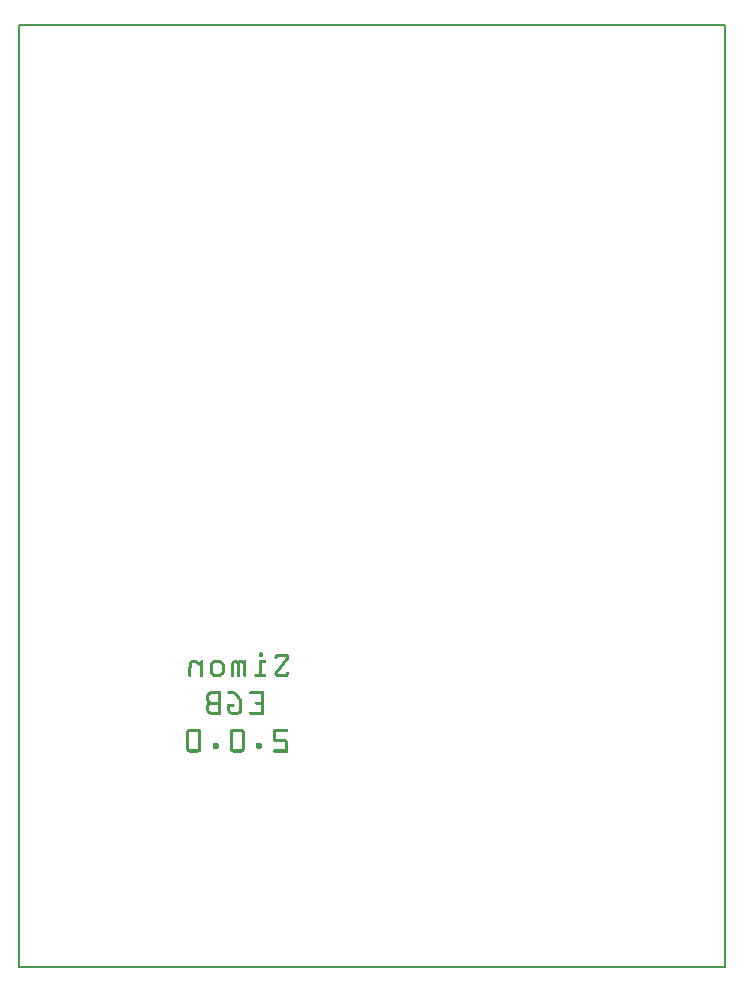
<source format=gbo>
G04 MADE WITH FRITZING*
G04 WWW.FRITZING.ORG*
G04 DOUBLE SIDED*
G04 HOLES PLATED*
G04 CONTOUR ON CENTER OF CONTOUR VECTOR*
%ASAXBY*%
%FSLAX23Y23*%
%MOIN*%
%OFA0B0*%
%SFA1.0B1.0*%
%ADD10R,2.362200X3.149610X2.346200X3.133610*%
%ADD11C,0.008000*%
%ADD12R,0.001000X0.001000*%
%LNSILK0*%
G90*
G70*
G54D11*
X4Y3146D02*
X2358Y3146D01*
X2358Y4D01*
X4Y4D01*
X4Y3146D01*
D02*
G54D12*
X809Y1053D02*
X814Y1053D01*
X806Y1052D02*
X816Y1052D01*
X805Y1051D02*
X817Y1051D01*
X805Y1050D02*
X818Y1050D01*
X805Y1049D02*
X818Y1049D01*
X804Y1048D02*
X818Y1048D01*
X865Y1048D02*
X898Y1048D01*
X804Y1047D02*
X818Y1047D01*
X863Y1047D02*
X900Y1047D01*
X804Y1046D02*
X818Y1046D01*
X862Y1046D02*
X901Y1046D01*
X804Y1045D02*
X818Y1045D01*
X861Y1045D02*
X902Y1045D01*
X804Y1044D02*
X818Y1044D01*
X860Y1044D02*
X903Y1044D01*
X805Y1043D02*
X818Y1043D01*
X859Y1043D02*
X904Y1043D01*
X805Y1042D02*
X818Y1042D01*
X858Y1042D02*
X904Y1042D01*
X805Y1041D02*
X817Y1041D01*
X858Y1041D02*
X905Y1041D01*
X806Y1040D02*
X817Y1040D01*
X857Y1040D02*
X905Y1040D01*
X808Y1039D02*
X814Y1039D01*
X857Y1039D02*
X905Y1039D01*
X857Y1038D02*
X867Y1038D01*
X896Y1038D02*
X905Y1038D01*
X857Y1037D02*
X866Y1037D01*
X896Y1037D02*
X905Y1037D01*
X856Y1036D02*
X866Y1036D01*
X895Y1036D02*
X905Y1036D01*
X857Y1035D02*
X865Y1035D01*
X895Y1035D02*
X905Y1035D01*
X857Y1034D02*
X865Y1034D01*
X894Y1034D02*
X905Y1034D01*
X857Y1033D02*
X865Y1033D01*
X893Y1033D02*
X904Y1033D01*
X858Y1032D02*
X864Y1032D01*
X892Y1032D02*
X904Y1032D01*
X859Y1031D02*
X863Y1031D01*
X891Y1031D02*
X903Y1031D01*
X891Y1030D02*
X903Y1030D01*
X890Y1029D02*
X902Y1029D01*
X889Y1028D02*
X901Y1028D01*
X580Y1027D02*
X594Y1027D01*
X611Y1027D02*
X615Y1027D01*
X655Y1027D02*
X675Y1027D01*
X722Y1027D02*
X727Y1027D01*
X741Y1027D02*
X747Y1027D01*
X756Y1027D02*
X759Y1027D01*
X807Y1027D02*
X826Y1027D01*
X888Y1027D02*
X900Y1027D01*
X578Y1026D02*
X596Y1026D01*
X610Y1026D02*
X616Y1026D01*
X652Y1026D02*
X678Y1026D01*
X720Y1026D02*
X730Y1026D01*
X738Y1026D02*
X750Y1026D01*
X754Y1026D02*
X761Y1026D01*
X806Y1026D02*
X827Y1026D01*
X888Y1026D02*
X899Y1026D01*
X576Y1025D02*
X598Y1025D01*
X609Y1025D02*
X617Y1025D01*
X651Y1025D02*
X679Y1025D01*
X718Y1025D02*
X731Y1025D01*
X737Y1025D02*
X751Y1025D01*
X754Y1025D02*
X761Y1025D01*
X805Y1025D02*
X828Y1025D01*
X887Y1025D02*
X899Y1025D01*
X575Y1024D02*
X600Y1024D01*
X608Y1024D02*
X617Y1024D01*
X649Y1024D02*
X680Y1024D01*
X717Y1024D02*
X733Y1024D01*
X736Y1024D02*
X762Y1024D01*
X805Y1024D02*
X828Y1024D01*
X886Y1024D02*
X898Y1024D01*
X574Y1023D02*
X601Y1023D01*
X608Y1023D02*
X617Y1023D01*
X648Y1023D02*
X682Y1023D01*
X716Y1023D02*
X762Y1023D01*
X804Y1023D02*
X828Y1023D01*
X885Y1023D02*
X897Y1023D01*
X573Y1022D02*
X603Y1022D01*
X608Y1022D02*
X617Y1022D01*
X647Y1022D02*
X683Y1022D01*
X715Y1022D02*
X762Y1022D01*
X804Y1022D02*
X828Y1022D01*
X884Y1022D02*
X896Y1022D01*
X572Y1021D02*
X604Y1021D01*
X608Y1021D02*
X617Y1021D01*
X646Y1021D02*
X684Y1021D01*
X715Y1021D02*
X762Y1021D01*
X804Y1021D02*
X828Y1021D01*
X884Y1021D02*
X896Y1021D01*
X572Y1020D02*
X606Y1020D01*
X608Y1020D02*
X617Y1020D01*
X645Y1020D02*
X685Y1020D01*
X714Y1020D02*
X762Y1020D01*
X804Y1020D02*
X828Y1020D01*
X883Y1020D02*
X895Y1020D01*
X571Y1019D02*
X617Y1019D01*
X644Y1019D02*
X686Y1019D01*
X714Y1019D02*
X762Y1019D01*
X804Y1019D02*
X827Y1019D01*
X882Y1019D02*
X894Y1019D01*
X571Y1018D02*
X617Y1018D01*
X643Y1018D02*
X687Y1018D01*
X713Y1018D02*
X762Y1018D01*
X804Y1018D02*
X825Y1018D01*
X881Y1018D02*
X893Y1018D01*
X570Y1017D02*
X582Y1017D01*
X593Y1017D02*
X617Y1017D01*
X642Y1017D02*
X656Y1017D01*
X674Y1017D02*
X687Y1017D01*
X713Y1017D02*
X723Y1017D01*
X726Y1017D02*
X742Y1017D01*
X746Y1017D02*
X762Y1017D01*
X804Y1017D02*
X813Y1017D01*
X880Y1017D02*
X892Y1017D01*
X570Y1016D02*
X580Y1016D01*
X594Y1016D02*
X617Y1016D01*
X642Y1016D02*
X654Y1016D01*
X675Y1016D02*
X688Y1016D01*
X713Y1016D02*
X722Y1016D01*
X727Y1016D02*
X742Y1016D01*
X747Y1016D02*
X762Y1016D01*
X804Y1016D02*
X813Y1016D01*
X880Y1016D02*
X892Y1016D01*
X570Y1015D02*
X580Y1015D01*
X596Y1015D02*
X617Y1015D01*
X641Y1015D02*
X653Y1015D01*
X677Y1015D02*
X688Y1015D01*
X713Y1015D02*
X722Y1015D01*
X729Y1015D02*
X741Y1015D01*
X748Y1015D02*
X762Y1015D01*
X804Y1015D02*
X813Y1015D01*
X879Y1015D02*
X891Y1015D01*
X570Y1014D02*
X579Y1014D01*
X597Y1014D02*
X617Y1014D01*
X641Y1014D02*
X652Y1014D01*
X678Y1014D02*
X688Y1014D01*
X713Y1014D02*
X722Y1014D01*
X730Y1014D02*
X741Y1014D01*
X750Y1014D02*
X762Y1014D01*
X804Y1014D02*
X813Y1014D01*
X878Y1014D02*
X890Y1014D01*
X570Y1013D02*
X579Y1013D01*
X599Y1013D02*
X617Y1013D01*
X641Y1013D02*
X651Y1013D01*
X679Y1013D02*
X689Y1013D01*
X713Y1013D02*
X722Y1013D01*
X731Y1013D02*
X741Y1013D01*
X751Y1013D02*
X762Y1013D01*
X804Y1013D02*
X813Y1013D01*
X877Y1013D02*
X889Y1013D01*
X570Y1012D02*
X579Y1012D01*
X601Y1012D02*
X617Y1012D01*
X641Y1012D02*
X650Y1012D01*
X679Y1012D02*
X689Y1012D01*
X713Y1012D02*
X722Y1012D01*
X732Y1012D02*
X741Y1012D01*
X752Y1012D02*
X762Y1012D01*
X804Y1012D02*
X813Y1012D01*
X877Y1012D02*
X889Y1012D01*
X570Y1011D02*
X579Y1011D01*
X602Y1011D02*
X617Y1011D01*
X641Y1011D02*
X650Y1011D01*
X680Y1011D02*
X689Y1011D01*
X713Y1011D02*
X722Y1011D01*
X732Y1011D02*
X741Y1011D01*
X753Y1011D02*
X762Y1011D01*
X804Y1011D02*
X813Y1011D01*
X876Y1011D02*
X888Y1011D01*
X570Y1010D02*
X579Y1010D01*
X604Y1010D02*
X617Y1010D01*
X640Y1010D02*
X650Y1010D01*
X680Y1010D02*
X689Y1010D01*
X713Y1010D02*
X722Y1010D01*
X732Y1010D02*
X741Y1010D01*
X753Y1010D02*
X762Y1010D01*
X804Y1010D02*
X813Y1010D01*
X875Y1010D02*
X887Y1010D01*
X570Y1009D02*
X579Y1009D01*
X605Y1009D02*
X617Y1009D01*
X640Y1009D02*
X650Y1009D01*
X680Y1009D02*
X689Y1009D01*
X713Y1009D02*
X722Y1009D01*
X732Y1009D02*
X741Y1009D01*
X753Y1009D02*
X762Y1009D01*
X804Y1009D02*
X813Y1009D01*
X874Y1009D02*
X886Y1009D01*
X570Y1008D02*
X579Y1008D01*
X607Y1008D02*
X617Y1008D01*
X640Y1008D02*
X650Y1008D01*
X680Y1008D02*
X689Y1008D01*
X713Y1008D02*
X722Y1008D01*
X732Y1008D02*
X741Y1008D01*
X753Y1008D02*
X762Y1008D01*
X804Y1008D02*
X813Y1008D01*
X873Y1008D02*
X885Y1008D01*
X570Y1007D02*
X579Y1007D01*
X608Y1007D02*
X617Y1007D01*
X640Y1007D02*
X650Y1007D01*
X680Y1007D02*
X689Y1007D01*
X713Y1007D02*
X722Y1007D01*
X732Y1007D02*
X741Y1007D01*
X753Y1007D02*
X762Y1007D01*
X804Y1007D02*
X813Y1007D01*
X873Y1007D02*
X885Y1007D01*
X570Y1006D02*
X579Y1006D01*
X608Y1006D02*
X617Y1006D01*
X640Y1006D02*
X650Y1006D01*
X680Y1006D02*
X689Y1006D01*
X713Y1006D02*
X722Y1006D01*
X732Y1006D02*
X741Y1006D01*
X753Y1006D02*
X762Y1006D01*
X804Y1006D02*
X813Y1006D01*
X872Y1006D02*
X884Y1006D01*
X569Y1005D02*
X579Y1005D01*
X608Y1005D02*
X617Y1005D01*
X640Y1005D02*
X650Y1005D01*
X680Y1005D02*
X689Y1005D01*
X713Y1005D02*
X722Y1005D01*
X732Y1005D02*
X741Y1005D01*
X753Y1005D02*
X762Y1005D01*
X804Y1005D02*
X813Y1005D01*
X871Y1005D02*
X883Y1005D01*
X569Y1004D02*
X579Y1004D01*
X608Y1004D02*
X617Y1004D01*
X640Y1004D02*
X650Y1004D01*
X680Y1004D02*
X689Y1004D01*
X713Y1004D02*
X722Y1004D01*
X732Y1004D02*
X741Y1004D01*
X753Y1004D02*
X762Y1004D01*
X804Y1004D02*
X813Y1004D01*
X870Y1004D02*
X882Y1004D01*
X569Y1003D02*
X579Y1003D01*
X608Y1003D02*
X617Y1003D01*
X640Y1003D02*
X650Y1003D01*
X680Y1003D02*
X689Y1003D01*
X713Y1003D02*
X722Y1003D01*
X732Y1003D02*
X741Y1003D01*
X753Y1003D02*
X762Y1003D01*
X804Y1003D02*
X813Y1003D01*
X870Y1003D02*
X882Y1003D01*
X569Y1002D02*
X578Y1002D01*
X608Y1002D02*
X617Y1002D01*
X640Y1002D02*
X650Y1002D01*
X680Y1002D02*
X689Y1002D01*
X713Y1002D02*
X722Y1002D01*
X732Y1002D02*
X741Y1002D01*
X753Y1002D02*
X762Y1002D01*
X804Y1002D02*
X813Y1002D01*
X869Y1002D02*
X881Y1002D01*
X569Y1001D02*
X578Y1001D01*
X608Y1001D02*
X617Y1001D01*
X640Y1001D02*
X650Y1001D01*
X680Y1001D02*
X689Y1001D01*
X713Y1001D02*
X722Y1001D01*
X732Y1001D02*
X741Y1001D01*
X753Y1001D02*
X762Y1001D01*
X804Y1001D02*
X813Y1001D01*
X868Y1001D02*
X880Y1001D01*
X569Y1000D02*
X578Y1000D01*
X608Y1000D02*
X617Y1000D01*
X640Y1000D02*
X650Y1000D01*
X680Y1000D02*
X689Y1000D01*
X713Y1000D02*
X722Y1000D01*
X732Y1000D02*
X741Y1000D01*
X753Y1000D02*
X762Y1000D01*
X804Y1000D02*
X813Y1000D01*
X867Y1000D02*
X879Y1000D01*
X569Y999D02*
X578Y999D01*
X608Y999D02*
X617Y999D01*
X640Y999D02*
X650Y999D01*
X680Y999D02*
X689Y999D01*
X713Y999D02*
X722Y999D01*
X732Y999D02*
X741Y999D01*
X753Y999D02*
X762Y999D01*
X804Y999D02*
X813Y999D01*
X866Y999D02*
X878Y999D01*
X569Y998D02*
X578Y998D01*
X608Y998D02*
X617Y998D01*
X640Y998D02*
X650Y998D01*
X680Y998D02*
X689Y998D01*
X713Y998D02*
X722Y998D01*
X732Y998D02*
X741Y998D01*
X753Y998D02*
X762Y998D01*
X804Y998D02*
X813Y998D01*
X866Y998D02*
X878Y998D01*
X569Y997D02*
X578Y997D01*
X608Y997D02*
X617Y997D01*
X640Y997D02*
X650Y997D01*
X680Y997D02*
X689Y997D01*
X713Y997D02*
X722Y997D01*
X732Y997D02*
X741Y997D01*
X753Y997D02*
X762Y997D01*
X804Y997D02*
X813Y997D01*
X865Y997D02*
X877Y997D01*
X569Y996D02*
X578Y996D01*
X608Y996D02*
X617Y996D01*
X640Y996D02*
X650Y996D01*
X680Y996D02*
X689Y996D01*
X712Y996D02*
X722Y996D01*
X732Y996D02*
X741Y996D01*
X753Y996D02*
X762Y996D01*
X804Y996D02*
X813Y996D01*
X864Y996D02*
X876Y996D01*
X569Y995D02*
X578Y995D01*
X608Y995D02*
X617Y995D01*
X640Y995D02*
X650Y995D01*
X680Y995D02*
X689Y995D01*
X712Y995D02*
X722Y995D01*
X732Y995D02*
X741Y995D01*
X753Y995D02*
X762Y995D01*
X804Y995D02*
X813Y995D01*
X863Y995D02*
X875Y995D01*
X569Y994D02*
X578Y994D01*
X608Y994D02*
X617Y994D01*
X640Y994D02*
X650Y994D01*
X680Y994D02*
X689Y994D01*
X712Y994D02*
X721Y994D01*
X732Y994D02*
X741Y994D01*
X753Y994D02*
X762Y994D01*
X804Y994D02*
X813Y994D01*
X863Y994D02*
X875Y994D01*
X569Y993D02*
X578Y993D01*
X608Y993D02*
X617Y993D01*
X640Y993D02*
X650Y993D01*
X680Y993D02*
X689Y993D01*
X712Y993D02*
X721Y993D01*
X732Y993D02*
X741Y993D01*
X753Y993D02*
X762Y993D01*
X804Y993D02*
X813Y993D01*
X862Y993D02*
X874Y993D01*
X569Y992D02*
X578Y992D01*
X608Y992D02*
X617Y992D01*
X640Y992D02*
X650Y992D01*
X680Y992D02*
X689Y992D01*
X712Y992D02*
X721Y992D01*
X732Y992D02*
X741Y992D01*
X753Y992D02*
X762Y992D01*
X804Y992D02*
X813Y992D01*
X861Y992D02*
X873Y992D01*
X569Y991D02*
X578Y991D01*
X608Y991D02*
X617Y991D01*
X640Y991D02*
X650Y991D01*
X680Y991D02*
X689Y991D01*
X712Y991D02*
X721Y991D01*
X732Y991D02*
X741Y991D01*
X753Y991D02*
X762Y991D01*
X804Y991D02*
X813Y991D01*
X860Y991D02*
X872Y991D01*
X569Y990D02*
X578Y990D01*
X608Y990D02*
X617Y990D01*
X640Y990D02*
X650Y990D01*
X680Y990D02*
X689Y990D01*
X712Y990D02*
X721Y990D01*
X732Y990D02*
X741Y990D01*
X753Y990D02*
X762Y990D01*
X804Y990D02*
X813Y990D01*
X859Y990D02*
X872Y990D01*
X569Y989D02*
X578Y989D01*
X608Y989D02*
X617Y989D01*
X640Y989D02*
X650Y989D01*
X680Y989D02*
X689Y989D01*
X712Y989D02*
X721Y989D01*
X732Y989D02*
X741Y989D01*
X753Y989D02*
X762Y989D01*
X804Y989D02*
X813Y989D01*
X859Y989D02*
X871Y989D01*
X899Y989D02*
X902Y989D01*
X569Y988D02*
X578Y988D01*
X608Y988D02*
X617Y988D01*
X641Y988D02*
X650Y988D01*
X680Y988D02*
X689Y988D01*
X712Y988D02*
X721Y988D01*
X732Y988D02*
X741Y988D01*
X753Y988D02*
X762Y988D01*
X804Y988D02*
X813Y988D01*
X858Y988D02*
X870Y988D01*
X898Y988D02*
X904Y988D01*
X569Y987D02*
X578Y987D01*
X608Y987D02*
X617Y987D01*
X641Y987D02*
X650Y987D01*
X680Y987D02*
X689Y987D01*
X712Y987D02*
X721Y987D01*
X732Y987D02*
X741Y987D01*
X753Y987D02*
X762Y987D01*
X804Y987D02*
X813Y987D01*
X858Y987D02*
X869Y987D01*
X897Y987D02*
X904Y987D01*
X569Y986D02*
X578Y986D01*
X608Y986D02*
X617Y986D01*
X641Y986D02*
X651Y986D01*
X679Y986D02*
X689Y986D01*
X712Y986D02*
X721Y986D01*
X732Y986D02*
X741Y986D01*
X753Y986D02*
X762Y986D01*
X804Y986D02*
X813Y986D01*
X857Y986D02*
X868Y986D01*
X896Y986D02*
X905Y986D01*
X569Y985D02*
X578Y985D01*
X608Y985D02*
X617Y985D01*
X641Y985D02*
X652Y985D01*
X678Y985D02*
X689Y985D01*
X712Y985D02*
X721Y985D01*
X732Y985D02*
X741Y985D01*
X753Y985D02*
X762Y985D01*
X804Y985D02*
X813Y985D01*
X857Y985D02*
X868Y985D01*
X896Y985D02*
X905Y985D01*
X569Y984D02*
X578Y984D01*
X608Y984D02*
X617Y984D01*
X641Y984D02*
X653Y984D01*
X677Y984D02*
X688Y984D01*
X712Y984D02*
X721Y984D01*
X732Y984D02*
X741Y984D01*
X753Y984D02*
X762Y984D01*
X804Y984D02*
X813Y984D01*
X857Y984D02*
X867Y984D01*
X896Y984D02*
X905Y984D01*
X569Y983D02*
X578Y983D01*
X608Y983D02*
X617Y983D01*
X642Y983D02*
X654Y983D01*
X676Y983D02*
X688Y983D01*
X712Y983D02*
X721Y983D01*
X732Y983D02*
X741Y983D01*
X753Y983D02*
X762Y983D01*
X804Y983D02*
X813Y983D01*
X856Y983D02*
X866Y983D01*
X896Y983D02*
X905Y983D01*
X569Y982D02*
X578Y982D01*
X608Y982D02*
X617Y982D01*
X642Y982D02*
X655Y982D01*
X675Y982D02*
X688Y982D01*
X712Y982D02*
X721Y982D01*
X732Y982D02*
X741Y982D01*
X753Y982D02*
X762Y982D01*
X804Y982D02*
X813Y982D01*
X856Y982D02*
X866Y982D01*
X895Y982D02*
X905Y982D01*
X569Y981D02*
X578Y981D01*
X608Y981D02*
X617Y981D01*
X643Y981D02*
X687Y981D01*
X712Y981D02*
X721Y981D01*
X732Y981D02*
X741Y981D01*
X753Y981D02*
X762Y981D01*
X795Y981D02*
X823Y981D01*
X857Y981D02*
X905Y981D01*
X569Y980D02*
X578Y980D01*
X608Y980D02*
X617Y980D01*
X644Y980D02*
X686Y980D01*
X712Y980D02*
X721Y980D01*
X732Y980D02*
X741Y980D01*
X753Y980D02*
X762Y980D01*
X792Y980D02*
X826Y980D01*
X857Y980D02*
X904Y980D01*
X569Y979D02*
X578Y979D01*
X608Y979D02*
X617Y979D01*
X645Y979D02*
X685Y979D01*
X712Y979D02*
X721Y979D01*
X732Y979D02*
X741Y979D01*
X753Y979D02*
X762Y979D01*
X791Y979D02*
X827Y979D01*
X857Y979D02*
X904Y979D01*
X569Y978D02*
X578Y978D01*
X608Y978D02*
X617Y978D01*
X646Y978D02*
X684Y978D01*
X712Y978D02*
X721Y978D01*
X732Y978D02*
X741Y978D01*
X753Y978D02*
X762Y978D01*
X790Y978D02*
X828Y978D01*
X857Y978D02*
X904Y978D01*
X569Y977D02*
X578Y977D01*
X608Y977D02*
X617Y977D01*
X647Y977D02*
X683Y977D01*
X712Y977D02*
X721Y977D01*
X732Y977D02*
X741Y977D01*
X753Y977D02*
X762Y977D01*
X790Y977D02*
X828Y977D01*
X858Y977D02*
X903Y977D01*
X569Y976D02*
X578Y976D01*
X608Y976D02*
X617Y976D01*
X648Y976D02*
X682Y976D01*
X712Y976D02*
X721Y976D01*
X732Y976D02*
X741Y976D01*
X753Y976D02*
X762Y976D01*
X789Y976D02*
X828Y976D01*
X858Y976D02*
X902Y976D01*
X569Y975D02*
X577Y975D01*
X608Y975D02*
X617Y975D01*
X649Y975D02*
X681Y975D01*
X712Y975D02*
X721Y975D01*
X733Y975D02*
X741Y975D01*
X753Y975D02*
X762Y975D01*
X790Y975D02*
X828Y975D01*
X859Y975D02*
X901Y975D01*
X569Y974D02*
X577Y974D01*
X609Y974D02*
X617Y974D01*
X650Y974D02*
X680Y974D01*
X712Y974D02*
X720Y974D01*
X733Y974D02*
X741Y974D01*
X753Y974D02*
X762Y974D01*
X790Y974D02*
X828Y974D01*
X860Y974D02*
X900Y974D01*
X570Y973D02*
X577Y973D01*
X609Y973D02*
X616Y973D01*
X652Y973D02*
X678Y973D01*
X713Y973D02*
X720Y973D01*
X733Y973D02*
X740Y973D01*
X754Y973D02*
X761Y973D01*
X791Y973D02*
X827Y973D01*
X861Y973D02*
X899Y973D01*
X571Y972D02*
X576Y972D01*
X610Y972D02*
X615Y972D01*
X654Y972D02*
X676Y972D01*
X714Y972D02*
X719Y972D01*
X734Y972D02*
X739Y972D01*
X755Y972D02*
X760Y972D01*
X792Y972D02*
X826Y972D01*
X863Y972D02*
X897Y972D01*
X573Y971D02*
X573Y971D01*
X613Y971D02*
X613Y971D01*
X658Y971D02*
X671Y971D01*
X716Y971D02*
X716Y971D01*
X737Y971D02*
X737Y971D01*
X758Y971D02*
X758Y971D01*
X794Y971D02*
X824Y971D01*
X867Y971D02*
X893Y971D01*
X643Y923D02*
X676Y923D01*
X702Y923D02*
X722Y923D01*
X774Y923D02*
X820Y923D01*
X640Y922D02*
X676Y922D01*
X701Y922D02*
X725Y922D01*
X773Y922D02*
X820Y922D01*
X638Y921D02*
X676Y921D01*
X700Y921D02*
X726Y921D01*
X772Y921D02*
X820Y921D01*
X636Y920D02*
X676Y920D01*
X699Y920D02*
X728Y920D01*
X771Y920D02*
X820Y920D01*
X635Y919D02*
X676Y919D01*
X699Y919D02*
X729Y919D01*
X771Y919D02*
X820Y919D01*
X634Y918D02*
X676Y918D01*
X699Y918D02*
X730Y918D01*
X771Y918D02*
X820Y918D01*
X633Y917D02*
X676Y917D01*
X699Y917D02*
X731Y917D01*
X771Y917D02*
X820Y917D01*
X632Y916D02*
X676Y916D01*
X700Y916D02*
X731Y916D01*
X772Y916D02*
X820Y916D01*
X631Y915D02*
X676Y915D01*
X701Y915D02*
X732Y915D01*
X773Y915D02*
X820Y915D01*
X630Y914D02*
X676Y914D01*
X702Y914D02*
X733Y914D01*
X774Y914D02*
X820Y914D01*
X630Y913D02*
X644Y913D01*
X667Y913D02*
X676Y913D01*
X721Y913D02*
X734Y913D01*
X811Y913D02*
X820Y913D01*
X629Y912D02*
X642Y912D01*
X667Y912D02*
X676Y912D01*
X722Y912D02*
X734Y912D01*
X811Y912D02*
X820Y912D01*
X629Y911D02*
X640Y911D01*
X667Y911D02*
X676Y911D01*
X723Y911D02*
X735Y911D01*
X811Y911D02*
X820Y911D01*
X628Y910D02*
X639Y910D01*
X667Y910D02*
X676Y910D01*
X724Y910D02*
X736Y910D01*
X811Y910D02*
X820Y910D01*
X628Y909D02*
X638Y909D01*
X667Y909D02*
X676Y909D01*
X725Y909D02*
X737Y909D01*
X811Y909D02*
X820Y909D01*
X628Y908D02*
X638Y908D01*
X667Y908D02*
X676Y908D01*
X726Y908D02*
X738Y908D01*
X811Y908D02*
X820Y908D01*
X627Y907D02*
X637Y907D01*
X667Y907D02*
X676Y907D01*
X726Y907D02*
X738Y907D01*
X811Y907D02*
X820Y907D01*
X627Y906D02*
X637Y906D01*
X667Y906D02*
X676Y906D01*
X727Y906D02*
X739Y906D01*
X811Y906D02*
X820Y906D01*
X627Y905D02*
X636Y905D01*
X667Y905D02*
X676Y905D01*
X728Y905D02*
X740Y905D01*
X811Y905D02*
X820Y905D01*
X627Y904D02*
X636Y904D01*
X667Y904D02*
X676Y904D01*
X729Y904D02*
X741Y904D01*
X811Y904D02*
X820Y904D01*
X627Y903D02*
X636Y903D01*
X667Y903D02*
X676Y903D01*
X730Y903D02*
X741Y903D01*
X811Y903D02*
X820Y903D01*
X627Y902D02*
X636Y902D01*
X667Y902D02*
X676Y902D01*
X730Y902D02*
X742Y902D01*
X811Y902D02*
X820Y902D01*
X627Y901D02*
X636Y901D01*
X667Y901D02*
X676Y901D01*
X731Y901D02*
X743Y901D01*
X811Y901D02*
X820Y901D01*
X627Y900D02*
X636Y900D01*
X667Y900D02*
X676Y900D01*
X732Y900D02*
X744Y900D01*
X811Y900D02*
X820Y900D01*
X627Y899D02*
X636Y899D01*
X667Y899D02*
X676Y899D01*
X733Y899D02*
X744Y899D01*
X811Y899D02*
X820Y899D01*
X627Y898D02*
X636Y898D01*
X667Y898D02*
X676Y898D01*
X734Y898D02*
X745Y898D01*
X811Y898D02*
X820Y898D01*
X627Y897D02*
X637Y897D01*
X667Y897D02*
X676Y897D01*
X734Y897D02*
X746Y897D01*
X811Y897D02*
X820Y897D01*
X627Y896D02*
X637Y896D01*
X667Y896D02*
X676Y896D01*
X735Y896D02*
X746Y896D01*
X811Y896D02*
X820Y896D01*
X628Y895D02*
X637Y895D01*
X667Y895D02*
X676Y895D01*
X736Y895D02*
X747Y895D01*
X811Y895D02*
X820Y895D01*
X628Y894D02*
X638Y894D01*
X667Y894D02*
X676Y894D01*
X737Y894D02*
X747Y894D01*
X811Y894D02*
X820Y894D01*
X628Y893D02*
X639Y893D01*
X667Y893D02*
X676Y893D01*
X737Y893D02*
X747Y893D01*
X811Y893D02*
X820Y893D01*
X629Y892D02*
X640Y892D01*
X667Y892D02*
X676Y892D01*
X738Y892D02*
X747Y892D01*
X811Y892D02*
X820Y892D01*
X629Y891D02*
X641Y891D01*
X667Y891D02*
X676Y891D01*
X738Y891D02*
X748Y891D01*
X811Y891D02*
X820Y891D01*
X630Y890D02*
X643Y890D01*
X667Y890D02*
X676Y890D01*
X739Y890D02*
X748Y890D01*
X811Y890D02*
X820Y890D01*
X630Y889D02*
X676Y889D01*
X739Y889D02*
X748Y889D01*
X794Y889D02*
X820Y889D01*
X631Y888D02*
X676Y888D01*
X739Y888D02*
X748Y888D01*
X793Y888D02*
X820Y888D01*
X632Y887D02*
X676Y887D01*
X739Y887D02*
X748Y887D01*
X792Y887D02*
X820Y887D01*
X633Y886D02*
X676Y886D01*
X739Y886D02*
X748Y886D01*
X791Y886D02*
X820Y886D01*
X634Y885D02*
X676Y885D01*
X739Y885D02*
X748Y885D01*
X791Y885D02*
X820Y885D01*
X634Y884D02*
X676Y884D01*
X739Y884D02*
X748Y884D01*
X791Y884D02*
X820Y884D01*
X633Y883D02*
X676Y883D01*
X739Y883D02*
X748Y883D01*
X791Y883D02*
X820Y883D01*
X632Y882D02*
X676Y882D01*
X739Y882D02*
X748Y882D01*
X792Y882D02*
X820Y882D01*
X631Y881D02*
X676Y881D01*
X700Y881D02*
X718Y881D01*
X739Y881D02*
X748Y881D01*
X792Y881D02*
X820Y881D01*
X630Y880D02*
X676Y880D01*
X699Y880D02*
X721Y880D01*
X739Y880D02*
X748Y880D01*
X794Y880D02*
X820Y880D01*
X630Y879D02*
X644Y879D01*
X667Y879D02*
X676Y879D01*
X699Y879D02*
X722Y879D01*
X739Y879D02*
X748Y879D01*
X811Y879D02*
X820Y879D01*
X629Y878D02*
X641Y878D01*
X667Y878D02*
X676Y878D01*
X699Y878D02*
X723Y878D01*
X739Y878D02*
X748Y878D01*
X811Y878D02*
X820Y878D01*
X629Y877D02*
X640Y877D01*
X667Y877D02*
X676Y877D01*
X699Y877D02*
X723Y877D01*
X739Y877D02*
X748Y877D01*
X811Y877D02*
X820Y877D01*
X628Y876D02*
X639Y876D01*
X667Y876D02*
X676Y876D01*
X699Y876D02*
X723Y876D01*
X739Y876D02*
X748Y876D01*
X811Y876D02*
X820Y876D01*
X628Y875D02*
X638Y875D01*
X667Y875D02*
X676Y875D01*
X699Y875D02*
X723Y875D01*
X739Y875D02*
X748Y875D01*
X811Y875D02*
X820Y875D01*
X628Y874D02*
X637Y874D01*
X667Y874D02*
X676Y874D01*
X699Y874D02*
X723Y874D01*
X739Y874D02*
X748Y874D01*
X811Y874D02*
X820Y874D01*
X627Y873D02*
X637Y873D01*
X667Y873D02*
X676Y873D01*
X699Y873D02*
X722Y873D01*
X739Y873D02*
X748Y873D01*
X811Y873D02*
X820Y873D01*
X627Y872D02*
X637Y872D01*
X667Y872D02*
X676Y872D01*
X699Y872D02*
X721Y872D01*
X739Y872D02*
X748Y872D01*
X811Y872D02*
X820Y872D01*
X627Y871D02*
X636Y871D01*
X667Y871D02*
X676Y871D01*
X699Y871D02*
X719Y871D01*
X739Y871D02*
X748Y871D01*
X811Y871D02*
X820Y871D01*
X627Y870D02*
X636Y870D01*
X667Y870D02*
X676Y870D01*
X699Y870D02*
X708Y870D01*
X739Y870D02*
X748Y870D01*
X811Y870D02*
X820Y870D01*
X627Y869D02*
X636Y869D01*
X667Y869D02*
X676Y869D01*
X699Y869D02*
X708Y869D01*
X739Y869D02*
X748Y869D01*
X811Y869D02*
X820Y869D01*
X627Y868D02*
X636Y868D01*
X667Y868D02*
X676Y868D01*
X699Y868D02*
X708Y868D01*
X739Y868D02*
X748Y868D01*
X811Y868D02*
X820Y868D01*
X627Y867D02*
X636Y867D01*
X667Y867D02*
X676Y867D01*
X699Y867D02*
X708Y867D01*
X739Y867D02*
X748Y867D01*
X811Y867D02*
X820Y867D01*
X627Y866D02*
X636Y866D01*
X667Y866D02*
X676Y866D01*
X699Y866D02*
X708Y866D01*
X739Y866D02*
X748Y866D01*
X811Y866D02*
X820Y866D01*
X627Y865D02*
X636Y865D01*
X667Y865D02*
X676Y865D01*
X699Y865D02*
X708Y865D01*
X739Y865D02*
X748Y865D01*
X811Y865D02*
X820Y865D01*
X627Y864D02*
X636Y864D01*
X667Y864D02*
X676Y864D01*
X699Y864D02*
X708Y864D01*
X739Y864D02*
X748Y864D01*
X811Y864D02*
X820Y864D01*
X627Y863D02*
X637Y863D01*
X667Y863D02*
X676Y863D01*
X699Y863D02*
X708Y863D01*
X739Y863D02*
X748Y863D01*
X811Y863D02*
X820Y863D01*
X627Y862D02*
X637Y862D01*
X667Y862D02*
X676Y862D01*
X699Y862D02*
X708Y862D01*
X739Y862D02*
X748Y862D01*
X811Y862D02*
X820Y862D01*
X628Y861D02*
X637Y861D01*
X667Y861D02*
X676Y861D01*
X699Y861D02*
X708Y861D01*
X739Y861D02*
X748Y861D01*
X811Y861D02*
X820Y861D01*
X628Y860D02*
X638Y860D01*
X667Y860D02*
X676Y860D01*
X699Y860D02*
X708Y860D01*
X739Y860D02*
X748Y860D01*
X811Y860D02*
X820Y860D01*
X628Y859D02*
X639Y859D01*
X667Y859D02*
X676Y859D01*
X699Y859D02*
X709Y859D01*
X738Y859D02*
X748Y859D01*
X811Y859D02*
X820Y859D01*
X629Y858D02*
X640Y858D01*
X667Y858D02*
X676Y858D01*
X699Y858D02*
X709Y858D01*
X738Y858D02*
X748Y858D01*
X811Y858D02*
X820Y858D01*
X629Y857D02*
X641Y857D01*
X667Y857D02*
X676Y857D01*
X700Y857D02*
X710Y857D01*
X737Y857D02*
X747Y857D01*
X811Y857D02*
X820Y857D01*
X630Y856D02*
X643Y856D01*
X667Y856D02*
X676Y856D01*
X700Y856D02*
X711Y856D01*
X736Y856D02*
X747Y856D01*
X811Y856D02*
X820Y856D01*
X630Y855D02*
X676Y855D01*
X700Y855D02*
X747Y855D01*
X774Y855D02*
X820Y855D01*
X631Y854D02*
X676Y854D01*
X701Y854D02*
X746Y854D01*
X773Y854D02*
X820Y854D01*
X632Y853D02*
X676Y853D01*
X701Y853D02*
X746Y853D01*
X772Y853D02*
X820Y853D01*
X633Y852D02*
X676Y852D01*
X702Y852D02*
X745Y852D01*
X771Y852D02*
X820Y852D01*
X634Y851D02*
X676Y851D01*
X703Y851D02*
X744Y851D01*
X771Y851D02*
X820Y851D01*
X635Y850D02*
X676Y850D01*
X704Y850D02*
X744Y850D01*
X771Y850D02*
X820Y850D01*
X636Y849D02*
X676Y849D01*
X705Y849D02*
X742Y849D01*
X771Y849D02*
X820Y849D01*
X638Y848D02*
X676Y848D01*
X706Y848D02*
X741Y848D01*
X772Y848D02*
X820Y848D01*
X640Y847D02*
X676Y847D01*
X708Y847D02*
X739Y847D01*
X773Y847D02*
X820Y847D01*
X643Y846D02*
X676Y846D01*
X710Y846D02*
X737Y846D01*
X774Y846D02*
X820Y846D01*
X569Y797D02*
X606Y797D01*
X713Y797D02*
X750Y797D01*
X857Y797D02*
X898Y797D01*
X567Y796D02*
X608Y796D01*
X711Y796D02*
X752Y796D01*
X855Y796D02*
X899Y796D01*
X566Y795D02*
X609Y795D01*
X710Y795D02*
X753Y795D01*
X854Y795D02*
X899Y795D01*
X565Y794D02*
X610Y794D01*
X709Y794D02*
X754Y794D01*
X853Y794D02*
X900Y794D01*
X565Y793D02*
X610Y793D01*
X709Y793D02*
X754Y793D01*
X853Y793D02*
X900Y793D01*
X564Y792D02*
X611Y792D01*
X708Y792D02*
X755Y792D01*
X852Y792D02*
X900Y792D01*
X564Y791D02*
X611Y791D01*
X708Y791D02*
X755Y791D01*
X852Y791D02*
X899Y791D01*
X563Y790D02*
X612Y790D01*
X707Y790D02*
X756Y790D01*
X851Y790D02*
X899Y790D01*
X563Y789D02*
X612Y789D01*
X707Y789D02*
X756Y789D01*
X851Y789D02*
X898Y789D01*
X563Y788D02*
X612Y788D01*
X707Y788D02*
X756Y788D01*
X851Y788D02*
X896Y788D01*
X563Y787D02*
X572Y787D01*
X603Y787D02*
X612Y787D01*
X707Y787D02*
X716Y787D01*
X747Y787D02*
X756Y787D01*
X851Y787D02*
X860Y787D01*
X563Y786D02*
X572Y786D01*
X603Y786D02*
X612Y786D01*
X707Y786D02*
X716Y786D01*
X747Y786D02*
X756Y786D01*
X851Y786D02*
X860Y786D01*
X563Y785D02*
X572Y785D01*
X603Y785D02*
X612Y785D01*
X707Y785D02*
X716Y785D01*
X747Y785D02*
X756Y785D01*
X851Y785D02*
X860Y785D01*
X563Y784D02*
X572Y784D01*
X603Y784D02*
X612Y784D01*
X707Y784D02*
X716Y784D01*
X747Y784D02*
X756Y784D01*
X851Y784D02*
X860Y784D01*
X563Y783D02*
X572Y783D01*
X603Y783D02*
X612Y783D01*
X707Y783D02*
X716Y783D01*
X747Y783D02*
X756Y783D01*
X851Y783D02*
X860Y783D01*
X563Y782D02*
X572Y782D01*
X603Y782D02*
X612Y782D01*
X707Y782D02*
X716Y782D01*
X747Y782D02*
X756Y782D01*
X851Y782D02*
X860Y782D01*
X563Y781D02*
X572Y781D01*
X603Y781D02*
X612Y781D01*
X707Y781D02*
X716Y781D01*
X747Y781D02*
X756Y781D01*
X851Y781D02*
X860Y781D01*
X563Y780D02*
X572Y780D01*
X603Y780D02*
X612Y780D01*
X707Y780D02*
X716Y780D01*
X747Y780D02*
X756Y780D01*
X851Y780D02*
X860Y780D01*
X563Y779D02*
X572Y779D01*
X603Y779D02*
X612Y779D01*
X707Y779D02*
X716Y779D01*
X747Y779D02*
X756Y779D01*
X851Y779D02*
X860Y779D01*
X563Y778D02*
X572Y778D01*
X603Y778D02*
X612Y778D01*
X707Y778D02*
X716Y778D01*
X747Y778D02*
X756Y778D01*
X851Y778D02*
X860Y778D01*
X563Y777D02*
X572Y777D01*
X603Y777D02*
X612Y777D01*
X707Y777D02*
X716Y777D01*
X747Y777D02*
X756Y777D01*
X851Y777D02*
X860Y777D01*
X563Y776D02*
X572Y776D01*
X603Y776D02*
X612Y776D01*
X707Y776D02*
X716Y776D01*
X747Y776D02*
X756Y776D01*
X851Y776D02*
X860Y776D01*
X563Y775D02*
X572Y775D01*
X603Y775D02*
X612Y775D01*
X707Y775D02*
X716Y775D01*
X747Y775D02*
X756Y775D01*
X851Y775D02*
X860Y775D01*
X563Y774D02*
X572Y774D01*
X603Y774D02*
X612Y774D01*
X707Y774D02*
X716Y774D01*
X747Y774D02*
X756Y774D01*
X851Y774D02*
X860Y774D01*
X563Y773D02*
X572Y773D01*
X603Y773D02*
X612Y773D01*
X707Y773D02*
X716Y773D01*
X747Y773D02*
X756Y773D01*
X851Y773D02*
X860Y773D01*
X563Y772D02*
X572Y772D01*
X603Y772D02*
X612Y772D01*
X707Y772D02*
X716Y772D01*
X747Y772D02*
X756Y772D01*
X851Y772D02*
X860Y772D01*
X563Y771D02*
X572Y771D01*
X603Y771D02*
X612Y771D01*
X707Y771D02*
X716Y771D01*
X747Y771D02*
X756Y771D01*
X851Y771D02*
X860Y771D01*
X563Y770D02*
X572Y770D01*
X603Y770D02*
X612Y770D01*
X707Y770D02*
X716Y770D01*
X747Y770D02*
X756Y770D01*
X851Y770D02*
X860Y770D01*
X563Y769D02*
X572Y769D01*
X603Y769D02*
X612Y769D01*
X707Y769D02*
X716Y769D01*
X747Y769D02*
X756Y769D01*
X851Y769D02*
X860Y769D01*
X563Y768D02*
X572Y768D01*
X603Y768D02*
X612Y768D01*
X707Y768D02*
X716Y768D01*
X747Y768D02*
X756Y768D01*
X851Y768D02*
X860Y768D01*
X563Y767D02*
X572Y767D01*
X603Y767D02*
X612Y767D01*
X707Y767D02*
X716Y767D01*
X747Y767D02*
X756Y767D01*
X851Y767D02*
X860Y767D01*
X563Y766D02*
X572Y766D01*
X603Y766D02*
X612Y766D01*
X707Y766D02*
X716Y766D01*
X747Y766D02*
X756Y766D01*
X851Y766D02*
X860Y766D01*
X563Y765D02*
X572Y765D01*
X603Y765D02*
X612Y765D01*
X707Y765D02*
X716Y765D01*
X747Y765D02*
X756Y765D01*
X851Y765D02*
X860Y765D01*
X563Y764D02*
X572Y764D01*
X603Y764D02*
X612Y764D01*
X707Y764D02*
X716Y764D01*
X747Y764D02*
X756Y764D01*
X851Y764D02*
X861Y764D01*
X563Y763D02*
X572Y763D01*
X603Y763D02*
X612Y763D01*
X707Y763D02*
X716Y763D01*
X747Y763D02*
X756Y763D01*
X851Y763D02*
X894Y763D01*
X563Y762D02*
X572Y762D01*
X603Y762D02*
X612Y762D01*
X707Y762D02*
X716Y762D01*
X747Y762D02*
X756Y762D01*
X851Y762D02*
X896Y762D01*
X563Y761D02*
X572Y761D01*
X603Y761D02*
X612Y761D01*
X707Y761D02*
X716Y761D01*
X747Y761D02*
X756Y761D01*
X852Y761D02*
X897Y761D01*
X563Y760D02*
X572Y760D01*
X603Y760D02*
X612Y760D01*
X707Y760D02*
X716Y760D01*
X747Y760D02*
X756Y760D01*
X852Y760D02*
X898Y760D01*
X563Y759D02*
X572Y759D01*
X603Y759D02*
X612Y759D01*
X707Y759D02*
X716Y759D01*
X747Y759D02*
X756Y759D01*
X852Y759D02*
X898Y759D01*
X563Y758D02*
X572Y758D01*
X603Y758D02*
X612Y758D01*
X707Y758D02*
X716Y758D01*
X747Y758D02*
X756Y758D01*
X853Y758D02*
X899Y758D01*
X563Y757D02*
X572Y757D01*
X603Y757D02*
X612Y757D01*
X707Y757D02*
X716Y757D01*
X747Y757D02*
X756Y757D01*
X854Y757D02*
X899Y757D01*
X563Y756D02*
X572Y756D01*
X603Y756D02*
X612Y756D01*
X707Y756D02*
X716Y756D01*
X747Y756D02*
X756Y756D01*
X855Y756D02*
X900Y756D01*
X563Y755D02*
X572Y755D01*
X603Y755D02*
X612Y755D01*
X707Y755D02*
X716Y755D01*
X747Y755D02*
X756Y755D01*
X857Y755D02*
X900Y755D01*
X563Y754D02*
X572Y754D01*
X603Y754D02*
X612Y754D01*
X707Y754D02*
X716Y754D01*
X747Y754D02*
X756Y754D01*
X861Y754D02*
X900Y754D01*
X563Y753D02*
X572Y753D01*
X603Y753D02*
X612Y753D01*
X707Y753D02*
X716Y753D01*
X747Y753D02*
X756Y753D01*
X891Y753D02*
X900Y753D01*
X563Y752D02*
X572Y752D01*
X603Y752D02*
X612Y752D01*
X707Y752D02*
X716Y752D01*
X747Y752D02*
X756Y752D01*
X891Y752D02*
X900Y752D01*
X563Y751D02*
X572Y751D01*
X603Y751D02*
X612Y751D01*
X654Y751D02*
X665Y751D01*
X707Y751D02*
X716Y751D01*
X747Y751D02*
X756Y751D01*
X798Y751D02*
X809Y751D01*
X891Y751D02*
X900Y751D01*
X563Y750D02*
X572Y750D01*
X603Y750D02*
X612Y750D01*
X652Y750D02*
X667Y750D01*
X707Y750D02*
X716Y750D01*
X747Y750D02*
X756Y750D01*
X796Y750D02*
X811Y750D01*
X891Y750D02*
X900Y750D01*
X563Y749D02*
X572Y749D01*
X603Y749D02*
X612Y749D01*
X651Y749D02*
X668Y749D01*
X707Y749D02*
X716Y749D01*
X747Y749D02*
X756Y749D01*
X795Y749D02*
X812Y749D01*
X891Y749D02*
X900Y749D01*
X563Y748D02*
X572Y748D01*
X603Y748D02*
X612Y748D01*
X650Y748D02*
X669Y748D01*
X707Y748D02*
X716Y748D01*
X747Y748D02*
X756Y748D01*
X794Y748D02*
X813Y748D01*
X891Y748D02*
X900Y748D01*
X563Y747D02*
X572Y747D01*
X603Y747D02*
X612Y747D01*
X650Y747D02*
X669Y747D01*
X707Y747D02*
X716Y747D01*
X747Y747D02*
X756Y747D01*
X794Y747D02*
X813Y747D01*
X891Y747D02*
X900Y747D01*
X563Y746D02*
X572Y746D01*
X603Y746D02*
X612Y746D01*
X650Y746D02*
X669Y746D01*
X707Y746D02*
X716Y746D01*
X747Y746D02*
X756Y746D01*
X794Y746D02*
X813Y746D01*
X891Y746D02*
X900Y746D01*
X563Y745D02*
X572Y745D01*
X603Y745D02*
X612Y745D01*
X650Y745D02*
X669Y745D01*
X707Y745D02*
X716Y745D01*
X747Y745D02*
X756Y745D01*
X794Y745D02*
X813Y745D01*
X891Y745D02*
X900Y745D01*
X563Y744D02*
X572Y744D01*
X603Y744D02*
X612Y744D01*
X650Y744D02*
X669Y744D01*
X707Y744D02*
X716Y744D01*
X747Y744D02*
X756Y744D01*
X794Y744D02*
X813Y744D01*
X891Y744D02*
X900Y744D01*
X563Y743D02*
X572Y743D01*
X603Y743D02*
X612Y743D01*
X650Y743D02*
X669Y743D01*
X707Y743D02*
X716Y743D01*
X747Y743D02*
X756Y743D01*
X794Y743D02*
X813Y743D01*
X891Y743D02*
X900Y743D01*
X563Y742D02*
X572Y742D01*
X603Y742D02*
X612Y742D01*
X650Y742D02*
X669Y742D01*
X707Y742D02*
X716Y742D01*
X747Y742D02*
X756Y742D01*
X794Y742D02*
X813Y742D01*
X891Y742D02*
X900Y742D01*
X563Y741D02*
X572Y741D01*
X603Y741D02*
X612Y741D01*
X650Y741D02*
X669Y741D01*
X707Y741D02*
X716Y741D01*
X747Y741D02*
X756Y741D01*
X794Y741D02*
X813Y741D01*
X891Y741D02*
X900Y741D01*
X563Y740D02*
X572Y740D01*
X603Y740D02*
X612Y740D01*
X650Y740D02*
X669Y740D01*
X707Y740D02*
X716Y740D01*
X747Y740D02*
X756Y740D01*
X794Y740D02*
X813Y740D01*
X891Y740D02*
X900Y740D01*
X563Y739D02*
X572Y739D01*
X603Y739D02*
X612Y739D01*
X650Y739D02*
X669Y739D01*
X707Y739D02*
X716Y739D01*
X747Y739D02*
X756Y739D01*
X794Y739D02*
X813Y739D01*
X891Y739D02*
X900Y739D01*
X563Y738D02*
X572Y738D01*
X603Y738D02*
X612Y738D01*
X650Y738D02*
X669Y738D01*
X707Y738D02*
X716Y738D01*
X747Y738D02*
X756Y738D01*
X794Y738D02*
X813Y738D01*
X891Y738D02*
X900Y738D01*
X563Y737D02*
X572Y737D01*
X603Y737D02*
X612Y737D01*
X650Y737D02*
X669Y737D01*
X707Y737D02*
X716Y737D01*
X747Y737D02*
X756Y737D01*
X794Y737D02*
X813Y737D01*
X891Y737D02*
X900Y737D01*
X563Y736D02*
X572Y736D01*
X603Y736D02*
X612Y736D01*
X650Y736D02*
X669Y736D01*
X707Y736D02*
X716Y736D01*
X747Y736D02*
X756Y736D01*
X794Y736D02*
X813Y736D01*
X891Y736D02*
X900Y736D01*
X563Y735D02*
X572Y735D01*
X603Y735D02*
X612Y735D01*
X651Y735D02*
X668Y735D01*
X707Y735D02*
X716Y735D01*
X747Y735D02*
X756Y735D01*
X795Y735D02*
X812Y735D01*
X891Y735D02*
X900Y735D01*
X563Y734D02*
X572Y734D01*
X603Y734D02*
X612Y734D01*
X652Y734D02*
X667Y734D01*
X707Y734D02*
X716Y734D01*
X747Y734D02*
X756Y734D01*
X796Y734D02*
X811Y734D01*
X891Y734D02*
X900Y734D01*
X563Y733D02*
X572Y733D01*
X603Y733D02*
X612Y733D01*
X653Y733D02*
X666Y733D01*
X707Y733D02*
X716Y733D01*
X747Y733D02*
X756Y733D01*
X797Y733D02*
X810Y733D01*
X891Y733D02*
X900Y733D01*
X563Y732D02*
X572Y732D01*
X603Y732D02*
X612Y732D01*
X707Y732D02*
X716Y732D01*
X747Y732D02*
X756Y732D01*
X891Y732D02*
X900Y732D01*
X563Y731D02*
X572Y731D01*
X603Y731D02*
X612Y731D01*
X707Y731D02*
X716Y731D01*
X747Y731D02*
X756Y731D01*
X891Y731D02*
X900Y731D01*
X563Y730D02*
X612Y730D01*
X707Y730D02*
X756Y730D01*
X856Y730D02*
X900Y730D01*
X563Y729D02*
X612Y729D01*
X707Y729D02*
X756Y729D01*
X853Y729D02*
X900Y729D01*
X563Y728D02*
X612Y728D01*
X707Y728D02*
X756Y728D01*
X852Y728D02*
X900Y728D01*
X564Y727D02*
X611Y727D01*
X708Y727D02*
X755Y727D01*
X852Y727D02*
X900Y727D01*
X564Y726D02*
X611Y726D01*
X708Y726D02*
X755Y726D01*
X851Y726D02*
X900Y726D01*
X565Y725D02*
X610Y725D01*
X709Y725D02*
X754Y725D01*
X851Y725D02*
X900Y725D01*
X565Y724D02*
X610Y724D01*
X709Y724D02*
X754Y724D01*
X851Y724D02*
X900Y724D01*
X566Y723D02*
X609Y723D01*
X710Y723D02*
X753Y723D01*
X852Y723D02*
X900Y723D01*
X567Y722D02*
X608Y722D01*
X711Y722D02*
X752Y722D01*
X852Y722D02*
X900Y722D01*
X569Y721D02*
X606Y721D01*
X713Y721D02*
X750Y721D01*
X853Y721D02*
X900Y721D01*
X573Y720D02*
X602Y720D01*
X717Y720D02*
X746Y720D01*
X856Y720D02*
X899Y720D01*
D02*
G04 End of Silk0*
M02*
</source>
